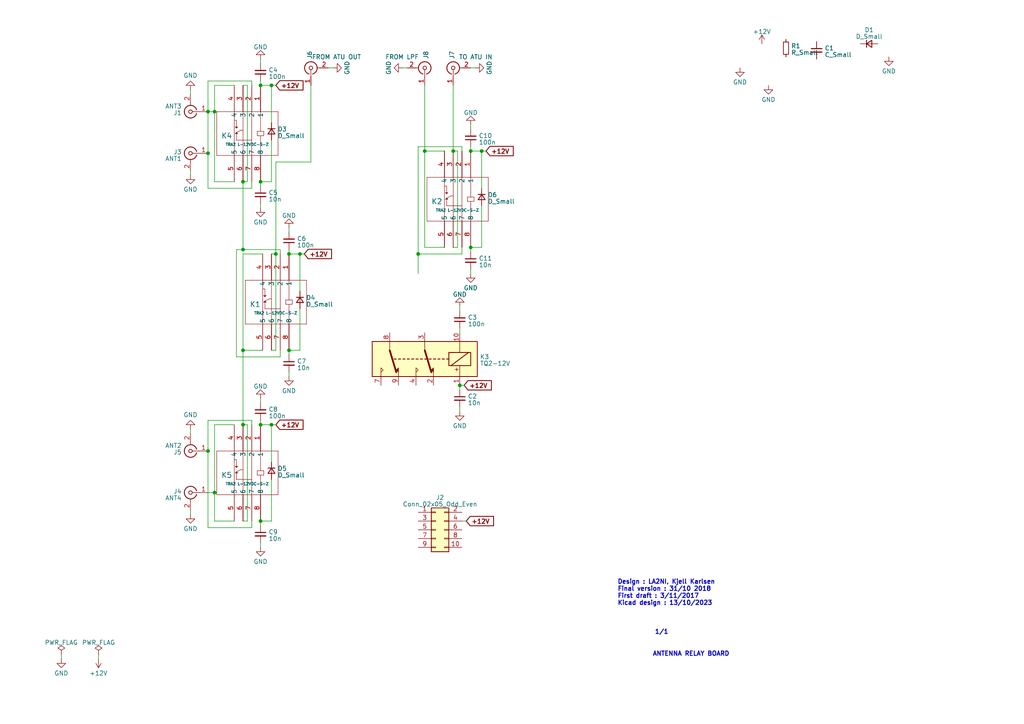
<source format=kicad_sch>
(kicad_sch (version 20230121) (generator eeschema)
  (paper "A4")
  (lib_symbols
    (symbol "Connector:Conn_Coaxial" (pin_names (offset 1.016) hide)
      (property "Reference" "J" (at 0.254 3.048 0))
      (property "Value" "Conn_Coaxial" (at 2.921 0 90))
      (symbol "Conn_Coaxial_0_1"
        (arc (start -1.778 -0.508) (mid 0.2311 -1.8066) (end 1.778 0) (stroke (width 0.254)))
        (polyline (pts (xy -2.54 0) (xy -0.508 0)))
        (polyline (pts (xy 0 -2.54) (xy 0 -1.778)))
        (circle (center 0 0) (radius 0.508) (stroke (width 0.2032)))
        (arc (start 1.778 0) (mid 0.2099 1.8101) (end -1.778 0.508) (stroke (width 0.254)))
      )
      (symbol "Conn_Coaxial_1_1"
        (pin passive line (at -5.08 0 0) (length 2.54) (name "In") (number "1"))
        (pin passive line (at 0 -5.08 90) (length 2.54) (name "Ext") (number "2"))
      )
    )
    (symbol "Connector_Generic:Conn_02x05_Odd_Even" (pin_names (offset 1.016) hide)
      (property "Reference" "J" (at 1.27 7.62 0))
      (property "Value" "Conn_02x05_Odd_Even" (at 1.27 -7.62 0))
      (symbol "Conn_02x05_Odd_Even_1_1"
        (rectangle (start -1.27 -4.953) (end 0 -5.207) (stroke (width 0.1524)))
        (rectangle (start -1.27 -2.413) (end 0 -2.667) (stroke (width 0.1524)))
        (rectangle (start -1.27 0.127) (end 0 -0.127) (stroke (width 0.1524)))
        (rectangle (start -1.27 2.667) (end 0 2.413) (stroke (width 0.1524)))
        (rectangle (start -1.27 5.207) (end 0 4.953) (stroke (width 0.1524)))
        (rectangle (start -1.27 6.35) (end 3.81 -6.35) (stroke (width 0.254)) (fill (type background)))
        (rectangle (start 3.81 -4.953) (end 2.54 -5.207) (stroke (width 0.1524)))
        (rectangle (start 3.81 -2.413) (end 2.54 -2.667) (stroke (width 0.1524)))
        (rectangle (start 3.81 0.127) (end 2.54 -0.127) (stroke (width 0.1524)))
        (rectangle (start 3.81 2.667) (end 2.54 2.413) (stroke (width 0.1524)))
        (rectangle (start 3.81 5.207) (end 2.54 4.953) (stroke (width 0.1524)))
        (pin passive line (at -5.08 5.08 0) (length 3.81) (name "Pin_1") (number "1"))
        (pin passive line (at 7.62 -5.08 180) (length 3.81) (name "Pin_10") (number "10"))
        (pin passive line (at 7.62 5.08 180) (length 3.81) (name "Pin_2") (number "2"))
        (pin passive line (at -5.08 2.54 0) (length 3.81) (name "Pin_3") (number "3"))
        (pin passive line (at 7.62 2.54 180) (length 3.81) (name "Pin_4") (number "4"))
        (pin passive line (at -5.08 0 0) (length 3.81) (name "Pin_5") (number "5"))
        (pin passive line (at 7.62 0 180) (length 3.81) (name "Pin_6") (number "6"))
        (pin passive line (at -5.08 -2.54 0) (length 3.81) (name "Pin_7") (number "7"))
        (pin passive line (at 7.62 -2.54 180) (length 3.81) (name "Pin_8") (number "8"))
        (pin passive line (at -5.08 -5.08 0) (length 3.81) (name "Pin_9") (number "9"))
      )
    )
    (symbol "Device:C_Small" (pin_numbers hide) (pin_names (offset 0.254) hide)
      (property "Reference" "C" (at 0.254 1.778 0))
      (property "Value" "C_Small" (at 0.254 -2.032 0))
      (symbol "C_Small_0_1"
        (polyline (pts (xy -1.524 -0.508) (xy 1.524 -0.508)) (stroke (width 0.3302)))
        (polyline (pts (xy -1.524 0.508) (xy 1.524 0.508)) (stroke (width 0.3048)))
      )
      (symbol "C_Small_1_1"
        (pin passive line (at 0 2.54 270) (length 2.032) (name "~") (number "1"))
        (pin passive line (at 0 -2.54 90) (length 2.032) (name "~") (number "2"))
      )
    )
    (symbol "Device:D_Small" (pin_numbers hide) (pin_names (offset 0.254) hide)
      (property "Reference" "D" (at -1.27 2.032 0))
      (property "Value" "D_Small" (at -3.81 -2.032 0))
      (symbol "D_Small_0_1"
        (polyline (pts (xy -0.762 -1.016) (xy -0.762 1.016)) (stroke (width 0.254)))
        (polyline (pts (xy -0.762 0) (xy 0.762 0)))
        (polyline (pts (xy 0.762 -1.016) (xy -0.762 0) (xy 0.762 1.016) (xy 0.762 -1.016)) (stroke (width 0.254)))
      )
      (symbol "D_Small_1_1"
        (pin passive line (at -2.54 0 0) (length 1.778) (name "K") (number "1"))
        (pin passive line (at 2.54 0 180) (length 1.778) (name "A") (number "2"))
      )
    )
    (symbol "Device:R_Small" (pin_numbers hide) (pin_names (offset 0.254) hide)
      (property "Reference" "R" (at 0.762 0.508 0))
      (property "Value" "R_Small" (at 0.762 -1.016 0))
      (symbol "R_Small_0_1"
        (rectangle (start -0.762 1.778) (end 0.762 -1.778) (stroke (width 0.2032)))
      )
      (symbol "R_Small_1_1"
        (pin passive line (at 0 2.54 270) (length 0.762) (name "~") (number "1"))
        (pin passive line (at 0 -2.54 90) (length 0.762) (name "~") (number "2"))
      )
    )
    (symbol "RELAY_G2R-1-E AC12:G2R-1-E_DC12" (pin_names (offset 0.254))
      (property "Reference" "K" (at 13.6525 9.8425 0))
      (property "Value" "G2R-1-E DC12" (at 20.32 7.62 0))
      (symbol "G2R-1-E_DC12_0_1"
        (polyline (pts (xy 7.62 -12.7) (xy 20.32 -12.7)) (stroke (width 0.127)))
        (polyline (pts (xy 7.62 -7.62) (xy 20.32 -7.62)) (stroke (width 0.127)))
        (polyline (pts (xy 7.62 -5.08) (xy 20.32 -5.08)) (stroke (width 0.127)))
        (polyline (pts (xy 7.62 -2.54) (xy 20.32 -2.54)) (stroke (width 0.127)))
        (polyline (pts (xy 7.62 0) (xy 13.335 0)) (stroke (width 0.127)))
        (polyline (pts (xy 7.62 5.08) (xy 7.62 -12.7)) (stroke (width 0.127)))
        (polyline (pts (xy 10.16 -7.62) (xy 10.16 -6.985)) (stroke (width 0.127)))
        (polyline (pts (xy 10.16 -6.985) (xy 12.065 -6.985)) (stroke (width 0.127)))
        (polyline (pts (xy 12.065 -7.3025) (xy 12.3825 -6.985)) (stroke (width 0.127)))
        (polyline (pts (xy 12.065 -6.6675) (xy 12.065 -7.3025)) (stroke (width 0.127)))
        (polyline (pts (xy 12.3825 -6.985) (xy 12.065 -6.6675)) (stroke (width 0.127)))
        (polyline (pts (xy 13.0175 -5.715) (xy 13.6525 -6.985)) (stroke (width 0.127)))
        (polyline (pts (xy 13.0175 -5.08) (xy 13.0175 -5.715)) (stroke (width 0.127)))
        (polyline (pts (xy 13.335 -0.9525) (xy 13.335 0)) (stroke (width 0.127)))
        (polyline (pts (xy 13.335 0) (xy 13.335 0.9525)) (stroke (width 0.127)))
        (polyline (pts (xy 13.335 0.9525) (xy 14.605 0.9525)) (stroke (width 0.127)))
        (polyline (pts (xy 13.6525 -6.985) (xy 13.97 -7.3025)) (stroke (width 0.127)))
        (polyline (pts (xy 13.6525 -6.985) (xy 13.97 -6.6675)) (stroke (width 0.127)))
        (polyline (pts (xy 13.97 -7.3025) (xy 13.97 -6.6675)) (stroke (width 0.127)))
        (polyline (pts (xy 13.97 -6.985) (xy 15.875 -6.985)) (stroke (width 0.127)))
        (polyline (pts (xy 14.605 -0.9525) (xy 13.335 -0.9525)) (stroke (width 0.127)))
        (polyline (pts (xy 14.605 0) (xy 20.32 0)) (stroke (width 0.127)))
        (polyline (pts (xy 14.605 0.9525) (xy 14.605 -0.9525)) (stroke (width 0.127)))
        (polyline (pts (xy 15.875 -6.985) (xy 15.875 -2.54)) (stroke (width 0.127)))
        (polyline (pts (xy 20.32 -12.7) (xy 20.32 5.08)) (stroke (width 0.127)))
        (polyline (pts (xy 20.32 5.08) (xy 7.62 5.08)) (stroke (width 0.127)))
        (polyline (pts (xy 12.065 -6.6675) (xy 12.3825 -6.985) (xy 12.065 -7.3025)) (fill (type outline)))
        (polyline (pts (xy 13.6525 -6.985) (xy 13.97 -6.6675) (xy 13.97 -7.3025)) (fill (type outline)))
        (pin unspecified line (at 0 0 0) (length 7.62) (name "1") (number "1"))
        (pin unspecified line (at 0 -2.54 0) (length 7.62) (name "2") (number "2"))
        (pin unspecified line (at 0 -5.08 0) (length 7.62) (name "3") (number "3"))
        (pin unspecified line (at 0 -7.62 0) (length 7.62) (name "4") (number "4"))
        (pin unspecified line (at 27.94 -7.62 180) (length 7.62) (name "5") (number "5"))
        (pin unspecified line (at 27.94 -5.08 180) (length 7.62) (name "6") (number "6"))
        (pin unspecified line (at 27.94 -2.54 180) (length 7.62) (name "7") (number "7"))
        (pin unspecified line (at 27.94 0 180) (length 7.62) (name "8") (number "8"))
      )
    )
    (symbol "Relay:G6H-2"
      (property "Reference" "K" (at 16.51 3.81 0))
      (property "Value" "G6H-2" (at 16.51 1.27 0))
      (symbol "G6H-2_0_0"
        (text "+" (at -9.271 2.921 0) (effects (font (size 1.27 1.27))))
      )
      (symbol "G6H-2_0_1"
        (rectangle (start -15.24 5.08) (end 15.24 -5.08) (stroke (width 0.254)) (fill (type background)))
        (rectangle (start -13.335 1.905) (end -6.985 -1.905) (stroke (width 0.254)))
        (polyline (pts (xy -12.7 -1.905) (xy -7.62 1.905)) (stroke (width 0.254)))
        (polyline (pts (xy -10.16 -5.08) (xy -10.16 -1.905)))
        (polyline (pts (xy -10.16 5.08) (xy -10.16 1.905)))
        (polyline (pts (xy -6.985 0) (xy -6.35 0)) (stroke (width 0.254)))
        (polyline (pts (xy -5.715 0) (xy -5.08 0)) (stroke (width 0.254)))
        (polyline (pts (xy -4.445 0) (xy -3.81 0)) (stroke (width 0.254)))
        (polyline (pts (xy -3.175 0) (xy -2.54 0)) (stroke (width 0.254)))
        (polyline (pts (xy -1.905 0) (xy -1.27 0)) (stroke (width 0.254)))
        (polyline (pts (xy -0.635 0) (xy 0 0)) (stroke (width 0.254)))
        (polyline (pts (xy 0 -2.54) (xy -1.905 3.81)) (stroke (width 0.508)))
        (polyline (pts (xy 0 -2.54) (xy 0 -5.08)))
        (polyline (pts (xy 0.635 0) (xy 1.27 0)) (stroke (width 0.254)))
        (polyline (pts (xy 1.905 0) (xy 2.54 0)) (stroke (width 0.254)))
        (polyline (pts (xy 3.175 0) (xy 3.81 0)) (stroke (width 0.254)))
        (polyline (pts (xy 4.445 0) (xy 5.08 0)) (stroke (width 0.254)))
        (polyline (pts (xy 5.715 0) (xy 6.35 0)) (stroke (width 0.254)))
        (polyline (pts (xy 6.985 0) (xy 7.62 0)) (stroke (width 0.254)))
        (polyline (pts (xy 8.255 0) (xy 8.89 0)) (stroke (width 0.254)))
        (polyline (pts (xy 10.16 -2.54) (xy 8.255 3.81)) (stroke (width 0.508)))
        (polyline (pts (xy 10.16 -2.54) (xy 10.16 -5.08)))
        (polyline (pts (xy -2.54 5.08) (xy -2.54 2.54) (xy -1.905 3.175) (xy -2.54 3.81)) (fill (type outline)))
        (polyline (pts (xy 2.54 5.08) (xy 2.54 2.54) (xy 1.905 3.175) (xy 2.54 3.81)))
        (polyline (pts (xy 7.62 5.08) (xy 7.62 2.54) (xy 8.255 3.175) (xy 7.62 3.81)) (fill (type outline)))
        (polyline (pts (xy 12.7 5.08) (xy 12.7 2.54) (xy 12.065 3.175) (xy 12.7 3.81)))
      )
      (symbol "G6H-2_1_1"
        (pin passive line (at -10.16 7.62 270) (length 2.54) (name "~") (number "1"))
        (pin passive line (at -10.16 -7.62 90) (length 2.54) (name "~") (number "10"))
        (pin passive line (at -2.54 7.62 270) (length 2.54) (name "~") (number "2"))
        (pin passive line (at 0 -7.62 90) (length 2.54) (name "~") (number "3"))
        (pin passive line (at 2.54 7.62 270) (length 2.54) (name "~") (number "4"))
        (pin no_connect line (at 5.08 -5.08 90) (length 2.54) hide (name "NC") (number "5"))
        (pin no_connect line (at 2.54 -5.08 90) (length 2.54) hide (name "NC") (number "6"))
        (pin passive line (at 12.7 7.62 270) (length 2.54) (name "~") (number "7"))
        (pin passive line (at 10.16 -7.62 90) (length 2.54) (name "~") (number "8"))
        (pin passive line (at 7.62 7.62 270) (length 2.54) (name "~") (number "9"))
      )
    )
    (symbol "power:+12V" (power) (pin_names (offset 0))
      (property "Value" "+12V" (at 0 3.556 0))
      (symbol "+12V_0_1"
        (polyline (pts (xy -0.762 1.27) (xy 0 2.54)))
        (polyline (pts (xy 0 0) (xy 0 2.54)))
        (polyline (pts (xy 0 2.54) (xy 0.762 1.27)))
      )
      (symbol "+12V_1_1"
        (pin power_in line (at 0 0 90) (length 0) hide (name "+12V") (number "1"))
      )
    )
    (symbol "power:GND" (power) (pin_names (offset 0))
      (property "Value" "GND" (at 0 -3.81 0))
      (symbol "GND_0_1"
        (polyline (pts (xy 0 0) (xy 0 -1.27) (xy 1.27 -1.27) (xy 0 -2.54) (xy -1.27 -1.27) (xy 0 -1.27)))
      )
      (symbol "GND_1_1"
        (pin power_in line (at 0 0 270) (length 0) hide (name "GND") (number "1"))
      )
    )
    (symbol "power:PWR_FLAG" (power) (pin_numbers hide) (pin_names (offset 0) hide)
      (property "Value" "PWR_FLAG" (at 0 3.81 0))
      (symbol "PWR_FLAG_0_0"
        (pin power_out line (at 0 0 90) (length 0) (name "pwr") (number "1"))
      )
      (symbol "PWR_FLAG_0_1"
        (polyline (pts (xy 0 0) (xy 0 1.27) (xy -1.016 1.905) (xy 0 2.54) (xy 1.016 1.905) (xy 0 1.27)))
      )
    )
  )
  (junction (at 62.23 32.385))
  (junction (at 131.445 43.815))
  (junction (at 62.23 142.875))
  (junction (at 83.82 101.6))
  (junction (at 78.74 24.765))
  (junction (at 139.7 43.815))
  (junction (at 133.35 111.76))
  (junction (at 80.01 73.66))
  (junction (at 75.565 151.13))
  (junction (at 86.995 73.66))
  (junction (at 70.485 52.705))
  (junction (at 60.325 32.385))
  (junction (at 75.565 52.705))
  (junction (at 70.485 72.39))
  (junction (at 123.19 43.815))
  (junction (at 121.285 73.66))
  (junction (at 60.325 130.81))
  (junction (at 60.325 44.45))
  (junction (at 83.82 73.66))
  (junction (at 136.525 71.755))
  (junction (at 75.565 24.765))
  (junction (at 78.74 123.19))
  (junction (at 70.485 123.19))
  (junction (at 136.525 43.815))
  (junction (at 70.485 101.6))
  (junction (at 75.565 123.19))
  (wire (pts (xy 81.28 103.505) (xy 68.58 103.505)))
  (wire (pts (xy 60.325 130.81) (xy 60.325 153.035)))
  (wire (pts (xy 70.485 73.66) (xy 70.485 101.6)))
  (wire (pts (xy 81.28 72.39) (xy 81.28 73.66)))
  (wire (pts (xy 70.485 101.6) (xy 70.485 123.19)))
  (wire (pts (xy 71.755 52.705) (xy 71.755 24.765)))
  (wire (pts (xy 123.19 24.765) (xy 123.19 43.815)))
  (wire (pts (xy 70.485 151.13) (xy 71.755 151.13)))
  (wire (pts (xy 75.565 157.48) (xy 75.565 158.75)))
  (wire (pts (xy 70.485 52.705) (xy 70.485 72.39)))
  (wire (pts (xy 86.995 84.455) (xy 86.995 73.66)))
  (wire (pts (xy 118.11 19.685) (xy 116.84 19.685)))
  (wire (pts (xy 80.01 101.6) (xy 80.01 73.66)))
  (wire (pts (xy 62.23 24.765) (xy 62.23 32.385)))
  (wire (pts (xy 83.82 101.6) (xy 83.82 102.87)))
  (wire (pts (xy 133.35 118.11) (xy 133.35 119.38)))
  (wire (pts (xy 78.74 139.065) (xy 78.74 151.13)))
  (wire (pts (xy 75.565 121.92) (xy 75.565 123.19)))
  (wire (pts (xy 78.74 123.19) (xy 80.01 123.19)))
  (wire (pts (xy 75.565 59.055) (xy 75.565 60.325)))
  (wire (pts (xy 80.01 46.99) (xy 90.17 46.99)))
  (wire (pts (xy 80.01 73.66) (xy 80.01 46.99)))
  (wire (pts (xy 78.74 24.765) (xy 80.01 24.765)))
  (wire (pts (xy 67.945 123.19) (xy 62.23 123.19)))
  (wire (pts (xy 136.525 36.195) (xy 136.525 37.465)))
  (wire (pts (xy 121.285 73.66) (xy 121.285 42.545)))
  (wire (pts (xy 55.245 27.305) (xy 55.245 26.035)))
  (wire (pts (xy 78.74 35.56) (xy 78.74 24.765)))
  (wire (pts (xy 133.35 95.25) (xy 133.35 96.52)))
  (wire (pts (xy 78.74 40.64) (xy 78.74 52.705)))
  (wire (pts (xy 139.7 43.815) (xy 140.97 43.815)))
  (wire (pts (xy 136.525 42.545) (xy 136.525 43.815)))
  (wire (pts (xy 123.19 43.815) (xy 123.19 71.755)))
  (wire (pts (xy 133.985 73.66) (xy 121.285 73.66)))
  (wire (pts (xy 70.485 52.705) (xy 71.755 52.705)))
  (wire (pts (xy 132.715 71.755) (xy 132.715 43.815)))
  (wire (pts (xy 86.995 73.66) (xy 88.265 73.66)))
  (wire (pts (xy 60.325 32.385) (xy 62.23 32.385)))
  (wire (pts (xy 73.025 52.705) (xy 73.025 54.61)))
  (wire (pts (xy 80.01 73.66) (xy 78.74 73.66)))
  (wire (pts (xy 78.74 24.765) (xy 75.565 24.765)))
  (wire (pts (xy 55.245 125.73) (xy 55.245 124.46)))
  (wire (pts (xy 68.58 72.39) (xy 70.485 72.39)))
  (wire (pts (xy 62.23 142.875) (xy 62.23 151.13)))
  (wire (pts (xy 75.565 115.57) (xy 75.565 116.84)))
  (wire (pts (xy 75.565 151.13) (xy 75.565 152.4)))
  (wire (pts (xy 71.755 151.13) (xy 71.755 123.19)))
  (wire (pts (xy 62.23 52.705) (xy 67.945 52.705)))
  (wire (pts (xy 62.23 123.19) (xy 62.23 142.875)))
  (wire (pts (xy 86.995 89.535) (xy 86.995 101.6)))
  (wire (pts (xy 60.325 121.92) (xy 60.325 130.81)))
  (wire (pts (xy 55.245 147.955) (xy 55.245 149.225)))
  (wire (pts (xy 83.82 72.39) (xy 83.82 73.66)))
  (wire (pts (xy 73.025 54.61) (xy 60.325 54.61)))
  (wire (pts (xy 133.985 71.755) (xy 133.985 73.66)))
  (wire (pts (xy 139.7 59.69) (xy 139.7 71.755)))
  (wire (pts (xy 133.35 88.9) (xy 133.35 90.17)))
  (wire (pts (xy 60.325 44.45) (xy 60.325 54.61)))
  (wire (pts (xy 123.19 71.755) (xy 128.905 71.755)))
  (wire (pts (xy 90.17 24.765) (xy 90.17 46.99)))
  (wire (pts (xy 121.285 73.66) (xy 121.285 79.375)))
  (wire (pts (xy 136.525 71.755) (xy 136.525 73.025)))
  (wire (pts (xy 132.715 43.815) (xy 131.445 43.815)))
  (wire (pts (xy 70.485 101.6) (xy 76.2 101.6)))
  (wire (pts (xy 78.74 123.19) (xy 75.565 123.19)))
  (wire (pts (xy 68.58 103.505) (xy 68.58 72.39)))
  (wire (pts (xy 60.325 142.875) (xy 62.23 142.875)))
  (wire (pts (xy 78.74 133.985) (xy 78.74 123.19)))
  (wire (pts (xy 139.7 71.755) (xy 136.525 71.755)))
  (wire (pts (xy 60.325 121.92) (xy 73.025 121.92)))
  (wire (pts (xy 62.23 32.385) (xy 62.23 52.705)))
  (wire (pts (xy 78.74 52.705) (xy 75.565 52.705)))
  (wire (pts (xy 133.35 111.76) (xy 133.35 113.03)))
  (wire (pts (xy 131.445 24.765) (xy 131.445 43.815)))
  (wire (pts (xy 60.325 32.385) (xy 60.325 44.45)))
  (wire (pts (xy 78.74 151.13) (xy 75.565 151.13)))
  (wire (pts (xy 131.445 71.755) (xy 132.715 71.755)))
  (wire (pts (xy 78.74 101.6) (xy 80.01 101.6)))
  (wire (pts (xy 95.25 19.685) (xy 96.52 19.685)))
  (wire (pts (xy 60.325 23.495) (xy 60.325 32.385)))
  (wire (pts (xy 133.985 151.13) (xy 135.255 151.13)))
  (wire (pts (xy 62.23 151.13) (xy 67.945 151.13)))
  (wire (pts (xy 73.025 23.495) (xy 73.025 24.765)))
  (wire (pts (xy 133.35 111.76) (xy 134.62 111.76)))
  (wire (pts (xy 121.285 42.545) (xy 133.985 42.545)))
  (wire (pts (xy 76.2 73.66) (xy 70.485 73.66)))
  (wire (pts (xy 128.905 43.815) (xy 123.19 43.815)))
  (wire (pts (xy 75.565 17.145) (xy 75.565 18.415)))
  (wire (pts (xy 73.025 121.92) (xy 73.025 123.19)))
  (wire (pts (xy 73.025 151.13) (xy 73.025 153.035)))
  (wire (pts (xy 136.525 78.105) (xy 136.525 79.375)))
  (wire (pts (xy 83.82 107.95) (xy 83.82 109.22)))
  (wire (pts (xy 136.525 19.685) (xy 137.795 19.685)))
  (wire (pts (xy 139.7 54.61) (xy 139.7 43.815)))
  (wire (pts (xy 73.025 153.035) (xy 60.325 153.035)))
  (wire (pts (xy 83.82 66.04) (xy 83.82 67.31)))
  (wire (pts (xy 71.755 24.765) (xy 70.485 24.765)))
  (wire (pts (xy 70.485 72.39) (xy 81.28 72.39)))
  (wire (pts (xy 81.28 101.6) (xy 81.28 103.505)))
  (wire (pts (xy 67.945 24.765) (xy 62.23 24.765)))
  (wire (pts (xy 71.755 123.19) (xy 70.485 123.19)))
  (wire (pts (xy 75.565 52.705) (xy 75.565 53.975)))
  (wire (pts (xy 86.995 73.66) (xy 83.82 73.66)))
  (wire (pts (xy 133.985 42.545) (xy 133.985 43.815)))
  (wire (pts (xy 55.245 49.53) (xy 55.245 50.8)))
  (wire (pts (xy 75.565 23.495) (xy 75.565 24.765)))
  (wire (pts (xy 139.7 43.815) (xy 136.525 43.815)))
  (wire (pts (xy 28.575 189.865) (xy 28.575 191.135)))
  (wire (pts (xy 60.325 23.495) (xy 73.025 23.495)))
  (wire (pts (xy 17.78 189.865) (xy 17.78 191.135)))
  (wire (pts (xy 86.995 101.6) (xy 83.82 101.6)))
  (text "1/1" (at 189.865 184.15 0) (effects (font (size 1.27 1.27) bold) (justify left bottom)))
  (text "Design : LA2NI, Kjell Karlsen\nFinal version : 31/10 2018\nFirst draft : 3/11/2017\nKicad design : 13/10/2023\n\n" (at 179.07 177.8 0) (effects (font (size 1.27 1.27) bold) (justify left bottom)))
  (text "ANTENNA RELAY BOARD" (at 189.23 190.5 0) (effects (font (size 1.27 1.27) (thickness 0.254) bold) (justify left bottom)))
  (global_label "+12V" (shape input) (at 88.265 73.66 0) (effects (font bold)) (property "Intersheetrefs" "${INTERSHEET_REFS}" (effects hide)))
  (global_label "+12V" (shape input) (at 80.01 24.765 0) (effects (font bold)) (property "Intersheetrefs" "${INTERSHEET_REFS}" (effects hide)))
  (global_label "+12V" (shape input) (at 140.97 43.815 0) (effects (font bold)) (property "Intersheetrefs" "${INTERSHEET_REFS}" (effects hide)))
  (global_label "+12V" (shape input) (at 80.01 123.19 0) (effects (font bold)) (property "Intersheetrefs" "${INTERSHEET_REFS}" (effects hide)))
  (global_label "+12V" (shape input) (at 134.62 111.76 0) (effects (font bold)) (property "Intersheetrefs" "${INTERSHEET_REFS}" (effects hide)))
  (global_label "+12V" (shape input) (at 135.255 151.13 0) (effects (font bold)) (property "Intersheetrefs" "${INTERSHEET_REFS}" (effects hide)))
  (symbol (lib_id "Device:C_Small") (at 136.525 75.565 0) (unit 1)
    (property "Reference" "C11" (at 138.8491 74.9276 0) (effects (justify left)))
    (property "Value" "10n" (at 138.8491 76.8486 0) (effects (justify left)))
    (property "Footprint" "Capacitor_SMD:C_0805_2012Metric_Pad1.18x1.45mm_HandSolder" (effects hide))
  )
  (symbol (lib_id "Device:R_Small") (at 227.965 13.97 0) (unit 1)
    (property "Reference" "R1" (at 229.4636 13.3263 0) (effects (justify left)))
    (property "Value" "R_Small" (at 229.4636 15.2473 0) (effects (justify left)))
  )
  (symbol (lib_id "power:GND") (at 17.78 191.135 0) (unit 1)
    (property "Reference" "#PWR08" (effects hide))
    (property "Value" "GND" (at 17.78 195.2705 0))
  )
  (symbol (lib_id "Device:D_Small") (at 139.7 57.15 270) (unit 1)
    (property "Reference" "D6" (at 141.478 56.5063 90) (effects (justify left)))
    (property "Value" "D_Small" (at 141.478 58.4273 90) (effects (justify left)))
    (property "Sim.Device" "D" (effects hide))
    (property "Sim.Pins" "1=K 2=A" (effects hide))
  )
  (symbol (lib_id "power:GND") (at 133.35 119.38 0) (unit 1)
    (property "Reference" "#PWR011" (effects hide))
    (property "Value" "GND" (at 133.35 123.5155 0))
  )
  (symbol (lib_id "power:GND") (at 133.35 88.9 180) (unit 1)
    (property "Reference" "#PWR012" (effects hide))
    (property "Value" "GND" (at 133.35 85.3981 0))
  )
  (symbol (lib_id "Connector:Conn_Coaxial") (at 55.245 130.81 180) (unit 1)
    (property "Reference" "J5" (at 52.7049 131.1605 0) (effects (justify left)))
    (property "Value" "ANT2" (at 52.7049 129.2395 0) (effects (justify left)))
    (property "Datasheet" " ~" (effects hide))
  )
  (symbol (lib_id "power:GND") (at 136.525 36.195 180) (unit 1)
    (property "Reference" "#PWR019" (effects hide))
    (property "Value" "GND" (at 136.525 32.6931 0))
  )
  (symbol (lib_id "Relay:G6H-2") (at 123.19 104.14 180) (unit 1)
    (property "Reference" "K3" (at 139.192 103.4963 0) (effects (justify right)))
    (property "Value" "TQ2-12V" (at 139.192 105.4173 0) (effects (justify right)))
    (property "Footprint" "TQ2-12V:DIPS762W80P254L1400H530Q10N" (effects hide))
    (property "Datasheet" "http://cdn-reichelt.de/documents/datenblatt/C300/G6H%23OMR.pdf" (effects hide))
  )
  (symbol (lib_id "Device:D_Small") (at 78.74 38.1 270) (unit 1)
    (property "Reference" "D3" (at 80.518 37.4563 90) (effects (justify left)))
    (property "Value" "D_Small" (at 80.518 39.3773 90) (effects (justify left)))
    (property "Sim.Device" "D" (effects hide))
    (property "Sim.Pins" "1=K 2=A" (effects hide))
  )
  (symbol (lib_id "Device:D_Small") (at 86.995 86.995 270) (unit 1)
    (property "Reference" "D4" (at 88.773 86.3513 90) (effects (justify left)))
    (property "Value" "D_Small" (at 88.773 88.2723 90) (effects (justify left)))
    (property "Sim.Device" "D" (effects hide))
    (property "Sim.Pins" "1=K 2=A" (effects hide))
  )
  (symbol (lib_id "Device:C_Small") (at 133.35 115.57 0) (unit 1)
    (property "Reference" "C2" (at 135.6741 114.9326 0) (effects (justify left)))
    (property "Value" "10n" (at 135.6741 116.8536 0) (effects (justify left)))
    (property "Footprint" "Capacitor_SMD:C_0805_2012Metric_Pad1.18x1.45mm_HandSolder" (effects hide))
  )
  (symbol (lib_id "Device:C_Small") (at 236.855 14.605 0) (unit 1)
    (property "Reference" "C1" (at 239.1791 13.9676 0) (effects (justify left)))
    (property "Value" "C_Small" (at 239.1791 15.8886 0) (effects (justify left)))
  )
  (symbol (lib_id "Device:C_Small") (at 75.565 154.94 0) (unit 1)
    (property "Reference" "C9" (at 77.8891 154.3026 0) (effects (justify left)))
    (property "Value" "10n" (at 77.8891 156.2236 0) (effects (justify left)))
    (property "Footprint" "Capacitor_SMD:C_0805_2012Metric_Pad1.18x1.45mm_HandSolder" (effects hide))
  )
  (symbol (lib_id "Connector:Conn_Coaxial") (at 55.245 32.385 180) (unit 1)
    (property "Reference" "J1" (at 52.7049 32.7355 0) (effects (justify left)))
    (property "Value" "ANT3" (at 52.7049 30.8145 0) (effects (justify left)))
    (property "Datasheet" " ~" (effects hide))
  )
  (symbol (lib_id "power:GND") (at 83.82 109.22 0) (unit 1)
    (property "Reference" "#PWR016" (effects hide))
    (property "Value" "GND" (at 83.82 113.3555 0))
  )
  (symbol (lib_id "Device:C_Small") (at 83.82 69.85 180) (unit 1)
    (property "Reference" "C6" (at 86.1441 69.1999 0) (effects (justify right)))
    (property "Value" "100n" (at 86.1441 71.1209 0) (effects (justify right)))
    (property "Footprint" "Capacitor_SMD:C_0805_2012Metric_Pad1.18x1.45mm_HandSolder" (effects hide))
  )
  (symbol (lib_id "RELAY_G2R-1-E AC12:G2R-1-E_DC12") (at 75.565 123.19 270) (unit 1)
    (property "Reference" "K5" (at 64.135 137.795 90) (effects (font (size 1.524 1.524)) (justify left)))
    (property "Value" "TRA2 L-12VDC-S-Z" (at 65.405 140.335 90) (effects (font (size 0.8 0.8)) (justify left)))
    (property "Footprint" "RELAY_G2R-1-E AC12:RELAY_G2R-1-E AC12" (effects hide))
    (property "Datasheet" "G2R-1-E DC12" (effects hide))
  )
  (symbol (lib_id "power:+12V") (at 28.575 191.135 180) (unit 1)
    (property "Reference" "#PWR09" (effects hide))
    (property "Value" "+12V" (at 28.575 195.2705 0))
  )
  (symbol (lib_id "power:GND") (at 116.84 19.685 270) (unit 1)
    (property "Reference" "#PWR025" (effects hide))
    (property "Value" "GND" (at 112.7045 19.685 0))
  )
  (symbol (lib_id "Connector:Conn_Coaxial") (at 55.245 142.875 0) (mirror y) (unit 1)
    (property "Reference" "J4" (at 52.7049 142.5245 0) (effects (justify left)))
    (property "Value" "ANT4" (at 52.7049 144.4455 0) (effects (justify left)))
    (property "Datasheet" " ~" (effects hide))
  )
  (symbol (lib_id "power:GND") (at 136.525 79.375 0) (unit 1)
    (property "Reference" "#PWR020" (effects hide))
    (property "Value" "GND" (at 136.525 83.5105 0))
  )
  (symbol (lib_id "Connector:Conn_Coaxial") (at 90.17 19.685 90) (unit 1)
    (property "Reference" "J6" (at 89.8195 17.1449 0) (effects (justify left)))
    (property "Value" "FROM ATU OUT" (at 104.775 16.51 90) (effects (justify left)))
    (property "Datasheet" " ~" (effects hide))
  )
  (symbol (lib_id "Device:C_Small") (at 136.525 40.005 180) (unit 1)
    (property "Reference" "C10" (at 138.8491 39.3549 0) (effects (justify right)))
    (property "Value" "100n" (at 138.8491 41.2759 0) (effects (justify right)))
    (property "Footprint" "Capacitor_SMD:C_0805_2012Metric_Pad1.18x1.45mm_HandSolder" (effects hide))
  )
  (symbol (lib_id "power:GND") (at 75.565 158.75 0) (unit 1)
    (property "Reference" "#PWR018" (effects hide))
    (property "Value" "GND" (at 75.565 162.8855 0))
  )
  (symbol (lib_id "Device:D_Small") (at 78.74 136.525 270) (unit 1)
    (property "Reference" "D5" (at 80.518 135.8813 90) (effects (justify left)))
    (property "Value" "D_Small" (at 80.518 137.8023 90) (effects (justify left)))
    (property "Sim.Device" "D" (effects hide))
    (property "Sim.Pins" "1=K 2=A" (effects hide))
  )
  (symbol (lib_id "power:GND") (at 55.245 124.46 0) (mirror x) (unit 1)
    (property "Reference" "#PWR07" (effects hide))
    (property "Value" "GND" (at 55.245 120.3245 0))
  )
  (symbol (lib_id "power:PWR_FLAG") (at 28.575 189.865 0) (unit 1)
    (property "Reference" "#FLG01" (effects hide))
    (property "Value" "PWR_FLAG" (at 28.575 186.3631 0))
  )
  (symbol (lib_id "power:GND") (at 214.63 19.685 0) (unit 1)
    (property "Reference" "#PWR01" (effects hide))
    (property "Value" "GND" (at 214.63 23.8205 0))
  )
  (symbol (lib_id "Connector:Conn_Coaxial") (at 131.445 19.685 90) (unit 1)
    (property "Reference" "J7" (at 131.0945 17.1449 0) (effects (justify left)))
    (property "Value" "TO ATU IN" (at 142.875 16.51 90) (effects (justify left)))
    (property "Datasheet" " ~" (effects hide))
  )
  (symbol (lib_id "power:GND") (at 55.245 26.035 0) (mirror x) (unit 1)
    (property "Reference" "#PWR04" (effects hide))
    (property "Value" "GND" (at 55.245 21.8995 0))
  )
  (symbol (lib_id "power:GND") (at 96.52 19.685 90) (mirror x) (unit 1)
    (property "Reference" "#PWR021" (effects hide))
    (property "Value" "GND" (at 100.6555 19.685 0))
  )
  (symbol (lib_id "power:GND") (at 257.81 16.51 0) (unit 1)
    (property "Reference" "#PWR03" (effects hide))
    (property "Value" "GND" (at 257.81 20.6455 0))
  )
  (symbol (lib_id "RELAY_G2R-1-E AC12:G2R-1-E_DC12") (at 136.525 43.815 270) (unit 1)
    (property "Reference" "K2" (at 125.095 58.42 90) (effects (font (size 1.524 1.524)) (justify left)))
    (property "Value" "TRA2 L-12VDC-S-Z" (at 126.365 60.96 90) (effects (font (size 0.8 0.8)) (justify left)))
    (property "Footprint" "RELAY_G2R-1-E AC12:RELAY_G2R-1-E AC12" (effects hide))
    (property "Datasheet" "G2R-1-E DC12" (effects hide))
  )
  (symbol (lib_id "Connector_Generic:Conn_02x05_Odd_Even") (at 126.365 153.67 0) (unit 1)
    (property "Reference" "J2" (at 127.635 144.3101 0))
    (property "Value" "Conn_02x05_Odd_Even" (at 127.635 146.2311 0))
    (property "Footprint" "Connector_IDC:IDC-Header_2x05_P2.54mm_Vertical" (effects hide))
  )
  (symbol (lib_id "power:PWR_FLAG") (at 17.78 189.865 0) (unit 1)
    (property "Reference" "#FLG02" (effects hide))
    (property "Value" "PWR_FLAG" (at 17.78 186.3631 0))
  )
  (symbol (lib_id "Device:C_Small") (at 133.35 92.71 180) (unit 1)
    (property "Reference" "C3" (at 135.6741 92.0599 0) (effects (justify right)))
    (property "Value" "100n" (at 135.6741 93.9809 0) (effects (justify right)))
    (property "Footprint" "Capacitor_SMD:C_0805_2012Metric_Pad1.18x1.45mm_HandSolder" (effects hide))
  )
  (symbol (lib_id "Connector:Conn_Coaxial") (at 55.245 44.45 0) (mirror y) (unit 1)
    (property "Reference" "J3" (at 52.7049 44.0995 0) (effects (justify left)))
    (property "Value" "ANT1" (at 52.7049 46.0205 0) (effects (justify left)))
    (property "Datasheet" " ~" (effects hide))
  )
  (symbol (lib_id "power:GND") (at 222.885 24.765 0) (unit 1)
    (property "Reference" "#PWR010" (effects hide))
    (property "Value" "GND" (at 222.885 28.9005 0))
  )
  (symbol (lib_id "power:GND") (at 75.565 115.57 180) (unit 1)
    (property "Reference" "#PWR017" (effects hide))
    (property "Value" "GND" (at 75.565 112.0681 0))
  )
  (symbol (lib_id "Device:C_Small") (at 75.565 119.38 180) (unit 1)
    (property "Reference" "C8" (at 77.8891 118.7299 0) (effects (justify right)))
    (property "Value" "100n" (at 77.8891 120.6509 0) (effects (justify right)))
    (property "Footprint" "Capacitor_SMD:C_0805_2012Metric_Pad1.18x1.45mm_HandSolder" (effects hide))
  )
  (symbol (lib_id "RELAY_G2R-1-E AC12:G2R-1-E_DC12") (at 75.565 24.765 270) (unit 1)
    (property "Reference" "K4" (at 64.135 39.37 90) (effects (font (size 1.524 1.524)) (justify left)))
    (property "Value" "TRA2 L-12VDC-S-Z" (at 65.405 41.91 90) (effects (font (size 0.8 0.8)) (justify left)))
    (property "Footprint" "RELAY_G2R-1-E AC12:RELAY_G2R-1-E AC12" (effects hide))
    (property "Datasheet" "G2R-1-E DC12" (effects hide))
  )
  (symbol (lib_id "RELAY_G2R-1-E AC12:G2R-1-E_DC12") (at 83.82 73.66 270) (unit 1)
    (property "Reference" "K1" (at 72.39 88.265 90) (effects (font (size 1.524 1.524)) (justify left)))
    (property "Value" "TRA2 L-12VDC-S-Z" (at 73.66 90.805 90) (effects (font (size 0.8 0.8)) (justify left)))
    (property "Footprint" "RELAY_G2R-1-E AC12:RELAY_G2R-1-E AC12" (effects hide))
    (property "Datasheet" "G2R-1-E DC12" (effects hide))
  )
  (symbol (lib_id "Connector:Conn_Coaxial") (at 123.19 19.685 270) (mirror x) (unit 1)
    (property "Reference" "J8" (at 123.5405 17.1449 0) (effects (justify left)))
    (property "Value" "FROM LPF" (at 111.76 16.51 90) (effects (justify left)))
    (property "Datasheet" " ~" (effects hide))
  )
  (symbol (lib_id "Device:C_Small") (at 75.565 20.955 180) (unit 1)
    (property "Reference" "C4" (at 77.8891 20.3049 0) (effects (justify right)))
    (property "Value" "100n" (at 77.8891 22.2259 0) (effects (justify right)))
    (property "Footprint" "Capacitor_SMD:C_0805_2012Metric_Pad1.18x1.45mm_HandSolder" (effects hide))
  )
  (symbol (lib_id "power:GND") (at 55.245 149.225 0) (unit 1)
    (property "Reference" "#PWR06" (effects hide))
    (property "Value" "GND" (at 55.245 153.3605 0))
  )
  (symbol (lib_id "power:GND") (at 55.245 50.8 0) (unit 1)
    (property "Reference" "#PWR05" (effects hide))
    (property "Value" "GND" (at 55.245 54.9355 0))
  )
  (symbol (lib_id "Device:C_Small") (at 75.565 56.515 0) (unit 1)
    (property "Reference" "C5" (at 77.8891 55.8776 0) (effects (justify left)))
    (property "Value" "10n" (at 77.8891 57.7986 0) (effects (justify left)))
    (property "Footprint" "Capacitor_SMD:C_0805_2012Metric_Pad1.18x1.45mm_HandSolder" (effects hide))
  )
  (symbol (lib_id "Device:C_Small") (at 83.82 105.41 0) (unit 1)
    (property "Reference" "C7" (at 86.1441 104.7726 0) (effects (justify left)))
    (property "Value" "10n" (at 86.1441 106.6936 0) (effects (justify left)))
    (property "Footprint" "Capacitor_SMD:C_0805_2012Metric_Pad1.18x1.45mm_HandSolder" (effects hide))
  )
  (symbol (lib_id "power:GND") (at 83.82 66.04 180) (unit 1)
    (property "Reference" "#PWR015" (effects hide))
    (property "Value" "GND" (at 83.82 62.5381 0))
  )
  (symbol (lib_id "power:+12V") (at 220.98 12.7 0) (unit 1)
    (property "Reference" "#PWR02" (effects hide))
    (property "Value" "+12V" (at 220.98 9.1981 0))
  )
  (symbol (lib_id "power:GND") (at 75.565 60.325 0) (unit 1)
    (property "Reference" "#PWR014" (effects hide))
    (property "Value" "GND" (at 75.565 64.4605 0))
  )
  (symbol (lib_id "Device:D_Small") (at 252.095 12.7 0) (unit 1)
    (property "Reference" "D1" (at 252.095 8.6741 0))
    (property "Value" "D_Small" (at 252.095 10.5951 0))
    (property "Sim.Device" "D" (effects hide))
    (property "Sim.Pins" "1=K 2=A" (effects hide))
  )
  (symbol (lib_id "power:GND") (at 75.565 17.145 180) (unit 1)
    (property "Reference" "#PWR013" (effects hide))
    (property "Value" "GND" (at 75.565 13.6431 0))
  )
  (symbol (lib_id "power:GND") (at 137.795 19.685 90) (mirror x) (unit 1)
    (property "Reference" "#PWR024" (effects hide))
    (property "Value" "GND" (at 141.9305 19.685 0))
  )
)
</source>
